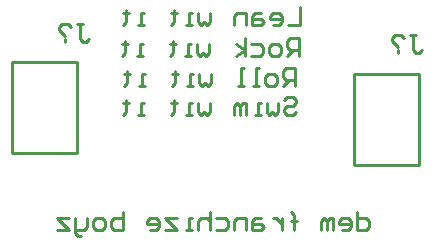
<source format=gbo>
G04 Layer_Color=13813960*
%FSLAX25Y25*%
%MOIN*%
G70*
G01*
G75*
%ADD26C,0.01000*%
D26*
X340945Y300394D02*
Y330709D01*
Y300394D02*
X362598D01*
Y330709D01*
X340945D02*
X362598D01*
X248425Y304331D02*
Y334646D01*
X226772D02*
X248425D01*
X226772Y304331D02*
Y334646D01*
Y304331D02*
X248425D01*
X248601Y347326D02*
X250601D01*
X249601D01*
Y342327D01*
X250601Y341328D01*
X251600D01*
X252600Y342327D01*
X246602Y346326D02*
X245602Y347326D01*
X243603D01*
X242603Y346326D01*
Y345326D01*
X244603Y343327D01*
Y342327D02*
Y341328D01*
X359630Y343750D02*
X361629D01*
X360629D01*
Y338752D01*
X361629Y337752D01*
X362629D01*
X363628Y338752D01*
X357630Y342750D02*
X356631Y343750D01*
X354631D01*
X353632Y342750D01*
Y341751D01*
X355631Y339751D01*
Y338752D02*
Y337752D01*
X322835Y352849D02*
Y346850D01*
X318836D01*
X313838D02*
X315837D01*
X316837Y347850D01*
Y349849D01*
X315837Y350849D01*
X313838D01*
X312838Y349849D01*
Y348850D01*
X316837D01*
X309839Y350849D02*
X307839D01*
X306840Y349849D01*
Y346850D01*
X309839D01*
X310839Y347850D01*
X309839Y348850D01*
X306840D01*
X304840Y346850D02*
Y350849D01*
X301841D01*
X300842Y349849D01*
Y346850D01*
X292844Y350849D02*
Y347850D01*
X291845Y346850D01*
X290845Y347850D01*
X289845Y346850D01*
X288846Y347850D01*
Y350849D01*
X286846Y346850D02*
X284847D01*
X285847D01*
Y350849D01*
X286846D01*
X280848Y351849D02*
Y350849D01*
X281848D01*
X279849D01*
X280848D01*
Y347850D01*
X279849Y346850D01*
X270851D02*
X268852D01*
X269852D01*
Y350849D01*
X270851D01*
X264853Y351849D02*
Y350849D01*
X265853D01*
X263854D01*
X264853D01*
Y347850D01*
X263854Y346850D01*
X322441Y336614D02*
Y342612D01*
X319442D01*
X318442Y341613D01*
Y339613D01*
X319442Y338614D01*
X322441D01*
X320442D02*
X318442Y336614D01*
X315443D02*
X313444D01*
X312444Y337614D01*
Y339613D01*
X313444Y340613D01*
X315443D01*
X316443Y339613D01*
Y337614D01*
X315443Y336614D01*
X306446Y340613D02*
X309445D01*
X310445Y339613D01*
Y337614D01*
X309445Y336614D01*
X306446D01*
X304447D02*
Y342612D01*
Y338614D02*
X301448Y340613D01*
X304447Y338614D02*
X301448Y336614D01*
X292451Y340613D02*
Y337614D01*
X291451Y336614D01*
X290451Y337614D01*
X289452Y336614D01*
X288452Y337614D01*
Y340613D01*
X286453Y336614D02*
X284453D01*
X285453D01*
Y340613D01*
X286453D01*
X280454Y341613D02*
Y340613D01*
X281454D01*
X279455D01*
X280454D01*
Y337614D01*
X279455Y336614D01*
X270458D02*
X268458D01*
X269458D01*
Y340613D01*
X270458D01*
X264460Y341613D02*
Y340613D01*
X265459D01*
X263460D01*
X264460D01*
Y337614D01*
X263460Y336614D01*
X321260Y326772D02*
Y332770D01*
X318261D01*
X317261Y331770D01*
Y329771D01*
X318261Y328771D01*
X321260D01*
X319261D02*
X317261Y326772D01*
X314262D02*
X312263D01*
X311263Y327771D01*
Y329771D01*
X312263Y330770D01*
X314262D01*
X315262Y329771D01*
Y327771D01*
X314262Y326772D01*
X309264D02*
X307264D01*
X308264D01*
Y332770D01*
X309264D01*
X304265Y326772D02*
X302266D01*
X303266D01*
Y332770D01*
X304265D01*
X293269Y330770D02*
Y327771D01*
X292269Y326772D01*
X291269Y327771D01*
X290270Y326772D01*
X289270Y327771D01*
Y330770D01*
X287271Y326772D02*
X285272D01*
X286271D01*
Y330770D01*
X287271D01*
X281273Y331770D02*
Y330770D01*
X282273D01*
X280273D01*
X281273D01*
Y327771D01*
X280273Y326772D01*
X271276D02*
X269277D01*
X270276D01*
Y330770D01*
X271276D01*
X265278Y331770D02*
Y330770D01*
X266278D01*
X264278D01*
X265278D01*
Y327771D01*
X264278Y326772D01*
X317655Y321927D02*
X318654Y322927D01*
X320654D01*
X321654Y321927D01*
Y320928D01*
X320654Y319928D01*
X318654D01*
X317655Y318929D01*
Y317929D01*
X318654Y316929D01*
X320654D01*
X321654Y317929D01*
X315655Y320928D02*
Y317929D01*
X314656Y316929D01*
X313656Y317929D01*
X312656Y316929D01*
X311657Y317929D01*
Y320928D01*
X309657Y316929D02*
X307658D01*
X308658D01*
Y320928D01*
X309657D01*
X304659Y316929D02*
Y320928D01*
X303659D01*
X302660Y319928D01*
Y316929D01*
Y319928D01*
X301660Y320928D01*
X300660Y319928D01*
Y316929D01*
X292663Y320928D02*
Y317929D01*
X291663Y316929D01*
X290664Y317929D01*
X289664Y316929D01*
X288664Y317929D01*
Y320928D01*
X286665Y316929D02*
X284665D01*
X285665D01*
Y320928D01*
X286665D01*
X280667Y321927D02*
Y320928D01*
X281666D01*
X279667D01*
X280667D01*
Y317929D01*
X279667Y316929D01*
X270670D02*
X268671D01*
X269670D01*
Y320928D01*
X270670D01*
X264672Y321927D02*
Y320928D01*
X265672D01*
X263672D01*
X264672D01*
Y317929D01*
X263672Y316929D01*
X341671Y284738D02*
Y278740D01*
X344670D01*
X345669Y279740D01*
Y281739D01*
X344670Y282739D01*
X341671D01*
X336672Y278740D02*
X338671D01*
X339671Y279740D01*
Y281739D01*
X338671Y282739D01*
X336672D01*
X335672Y281739D01*
Y280739D01*
X339671D01*
X333673Y278740D02*
Y282739D01*
X332674D01*
X331674Y281739D01*
Y278740D01*
Y281739D01*
X330674Y282739D01*
X329675Y281739D01*
Y278740D01*
X320677D02*
Y283738D01*
Y281739D01*
X321677D01*
X319678D01*
X320677D01*
Y283738D01*
X319678Y284738D01*
X316679Y282739D02*
Y278740D01*
Y280739D01*
X315679Y281739D01*
X314679Y282739D01*
X313680D01*
X309681D02*
X307682D01*
X306682Y281739D01*
Y278740D01*
X309681D01*
X310681Y279740D01*
X309681Y280739D01*
X306682D01*
X304682Y278740D02*
Y282739D01*
X301683D01*
X300684Y281739D01*
Y278740D01*
X294686Y282739D02*
X297685D01*
X298685Y281739D01*
Y279740D01*
X297685Y278740D01*
X294686D01*
X292686Y284738D02*
Y278740D01*
Y281739D01*
X291687Y282739D01*
X289687D01*
X288688Y281739D01*
Y278740D01*
X286688D02*
X284689D01*
X285689D01*
Y282739D01*
X286688D01*
X281690D02*
X277691D01*
X281690Y278740D01*
X277691D01*
X272693D02*
X274692D01*
X275692Y279740D01*
Y281739D01*
X274692Y282739D01*
X272693D01*
X271693Y281739D01*
Y280739D01*
X275692D01*
X263696Y284738D02*
Y278740D01*
X260697D01*
X259697Y279740D01*
Y280739D01*
Y281739D01*
X260697Y282739D01*
X263696D01*
X256698Y278740D02*
X254699D01*
X253699Y279740D01*
Y281739D01*
X254699Y282739D01*
X256698D01*
X257698Y281739D01*
Y279740D01*
X256698Y278740D01*
X251700Y282739D02*
Y279740D01*
X250700Y278740D01*
X247701D01*
Y277741D01*
X248701Y276741D01*
X249700D01*
X247701Y278740D02*
Y282739D01*
X245702D02*
X241703D01*
X245702Y278740D01*
X241703D01*
M02*

</source>
